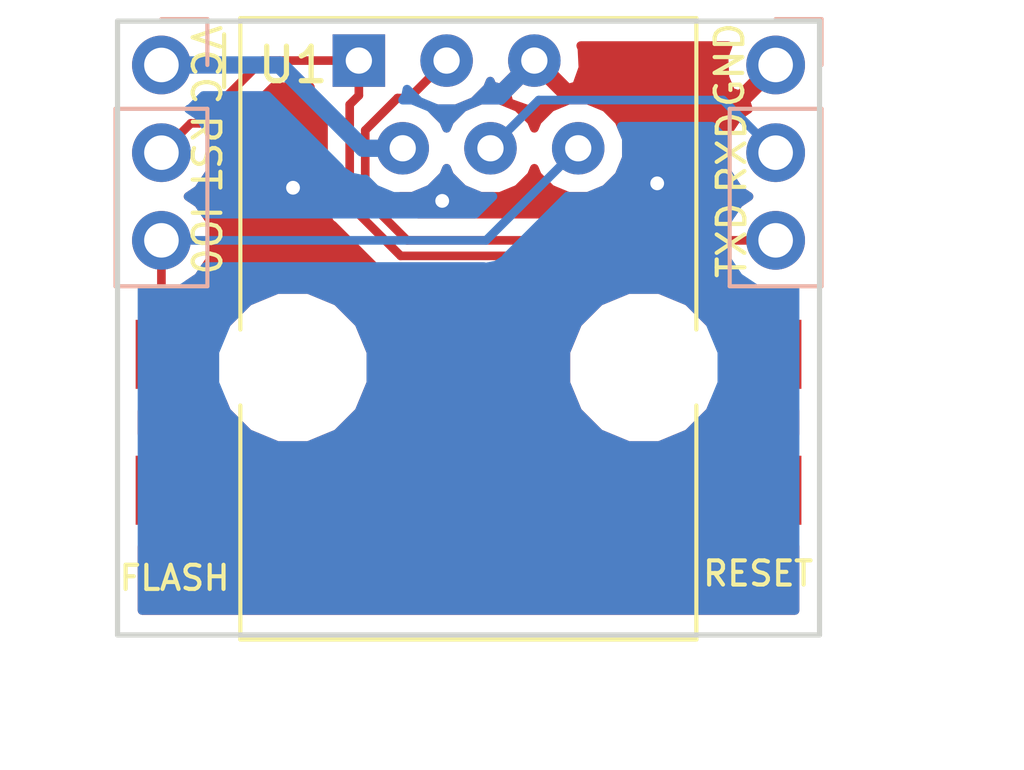
<source format=kicad_pcb>
(kicad_pcb (version 20171130) (host pcbnew 5.0.1)

  (general
    (thickness 1.6)
    (drawings 14)
    (tracks 31)
    (zones 0)
    (modules 5)
    (nets 7)
  )

  (page A4)
  (layers
    (0 F.Cu signal)
    (31 B.Cu signal)
    (32 B.Adhes user)
    (33 F.Adhes user)
    (34 B.Paste user)
    (35 F.Paste user)
    (36 B.SilkS user)
    (37 F.SilkS user)
    (38 B.Mask user)
    (39 F.Mask user)
    (40 Dwgs.User user)
    (41 Cmts.User user)
    (42 Eco1.User user)
    (43 Eco2.User user)
    (44 Edge.Cuts user)
    (45 Margin user)
    (46 B.CrtYd user)
    (47 F.CrtYd user)
    (48 B.Fab user)
    (49 F.Fab user)
  )

  (setup
    (last_trace_width 0.25)
    (trace_clearance 0.2)
    (zone_clearance 0.508)
    (zone_45_only no)
    (trace_min 0.2)
    (segment_width 0.2)
    (edge_width 0.15)
    (via_size 0.8)
    (via_drill 0.4)
    (via_min_size 0.4)
    (via_min_drill 0.3)
    (uvia_size 0.3)
    (uvia_drill 0.1)
    (uvias_allowed no)
    (uvia_min_size 0.2)
    (uvia_min_drill 0.1)
    (pcb_text_width 0.3)
    (pcb_text_size 1.5 1.5)
    (mod_edge_width 0.15)
    (mod_text_size 1 1)
    (mod_text_width 0.15)
    (pad_size 1.7 1.7)
    (pad_drill 1)
    (pad_to_mask_clearance 0.2)
    (solder_mask_min_width 0.25)
    (aux_axis_origin 0 0)
    (visible_elements FFFFFF7F)
    (pcbplotparams
      (layerselection 0x010f0_ffffffff)
      (usegerberextensions true)
      (usegerberattributes false)
      (usegerberadvancedattributes false)
      (creategerberjobfile false)
      (excludeedgelayer true)
      (linewidth 0.100000)
      (plotframeref false)
      (viasonmask false)
      (mode 1)
      (useauxorigin false)
      (hpglpennumber 1)
      (hpglpenspeed 20)
      (hpglpendiameter 15.000000)
      (psnegative false)
      (psa4output false)
      (plotreference true)
      (plotvalue true)
      (plotinvisibletext false)
      (padsonsilk false)
      (subtractmaskfromsilk true)
      (outputformat 1)
      (mirror false)
      (drillshape 0)
      (scaleselection 1)
      (outputdirectory ""))
  )

  (net 0 "")
  (net 1 VCC)
  (net 2 GND)
  (net 3 /RESET)
  (net 4 /TXD)
  (net 5 /RXD)
  (net 6 /IO0)

  (net_class Default "これはデフォルトのネット クラスです。"
    (clearance 0.2)
    (trace_width 0.25)
    (via_dia 0.8)
    (via_drill 0.4)
    (uvia_dia 0.3)
    (uvia_drill 0.1)
    (add_net /IO0)
    (add_net /RESET)
    (add_net /RXD)
    (add_net /TXD)
    (add_net GND)
  )

  (net_class Power ""
    (clearance 0.2)
    (trace_width 0.5)
    (via_dia 0.8)
    (via_drill 0.4)
    (uvia_dia 0.3)
    (uvia_drill 0.1)
    (add_net VCC)
  )

  (module Connector_RJ:RJ12_Amphenol_54601 (layer F.Cu) (tedit 5AE2E32D) (tstamp 5C4B68B2)
    (at 145.415 91.313)
    (descr "RJ12 connector  https://cdn.amphenol-icc.com/media/wysiwyg/files/drawing/c-bmj-0082.pdf")
    (tags "RJ12 connector")
    (path /5B9329F5)
    (fp_text reference U1 (at -1.905 0.127) (layer F.SilkS)
      (effects (font (size 1 1) (thickness 0.15)))
    )
    (fp_text value RJ12 (at 3.54 18.3) (layer F.Fab)
      (effects (font (size 1 1) (thickness 0.15)))
    )
    (fp_line (start -3.43 -0.48) (end -3.43 -1.23) (layer F.Fab) (width 0.1))
    (fp_line (start -2.93 0.02) (end -3.43 -0.48) (layer F.Fab) (width 0.1))
    (fp_line (start -3.43 0.52) (end -2.93 0.02) (layer F.Fab) (width 0.1))
    (fp_line (start -3.9 0.77) (end -3.9 -0.76) (layer F.SilkS) (width 0.12))
    (fp_line (start -3.43 7.79) (end -3.43 -1.23) (layer F.SilkS) (width 0.12))
    (fp_line (start -3.43 7.72) (end -3.43 7.79) (layer F.SilkS) (width 0.1))
    (fp_line (start -3.43 16.77) (end -3.43 9.99) (layer F.SilkS) (width 0.12))
    (fp_line (start 9.77 16.77) (end -3.43 16.77) (layer F.SilkS) (width 0.12))
    (fp_line (start 9.77 16.76) (end 9.77 16.77) (layer F.SilkS) (width 0.1))
    (fp_line (start 9.77 16.77) (end 9.77 9.99) (layer F.SilkS) (width 0.12))
    (fp_line (start 9.77 16.65) (end 9.77 16.77) (layer F.SilkS) (width 0.1))
    (fp_line (start 9.77 -1.23) (end 9.77 7.79) (layer F.SilkS) (width 0.12))
    (fp_line (start -3.43 -1.23) (end 9.77 -1.23) (layer F.SilkS) (width 0.12))
    (fp_line (start -4.04 17.27) (end -4.04 -1.73) (layer F.CrtYd) (width 0.05))
    (fp_line (start 10.38 17.27) (end -4.04 17.27) (layer F.CrtYd) (width 0.05))
    (fp_line (start 10.38 -1.73) (end 10.38 17.27) (layer F.CrtYd) (width 0.05))
    (fp_line (start -4.04 -1.73) (end 10.38 -1.73) (layer F.CrtYd) (width 0.05))
    (fp_line (start 9.77 16.77) (end -3.43 16.77) (layer F.Fab) (width 0.1))
    (fp_line (start 9.77 -1.23) (end 9.77 16.77) (layer F.Fab) (width 0.1))
    (fp_line (start -3.43 -1.23) (end 9.77 -1.23) (layer F.Fab) (width 0.1))
    (fp_line (start -3.43 16.77) (end -3.43 0.52) (layer F.Fab) (width 0.1))
    (fp_text user %R (at 3.16 7.76) (layer F.Fab)
      (effects (font (size 1 1) (thickness 0.15)))
    )
    (pad "" np_thru_hole circle (at 8.25 8.89) (size 3.25 3.25) (drill 3.25) (layers *.Cu *.Mask))
    (pad 6 thru_hole circle (at 6.35 2.54) (size 1.52 1.52) (drill 0.76) (layers *.Cu *.Mask)
      (net 6 /IO0))
    (pad 5 thru_hole circle (at 5.08 0) (size 1.52 1.52) (drill 0.76) (layers *.Cu *.Mask)
      (net 2 GND))
    (pad 4 thru_hole circle (at 3.81 2.54) (size 1.52 1.52) (drill 0.76) (layers *.Cu *.Mask)
      (net 5 /RXD))
    (pad 3 thru_hole circle (at 2.54 0) (size 1.52 1.52) (drill 0.76) (layers *.Cu *.Mask)
      (net 4 /TXD))
    (pad 2 thru_hole circle (at 1.27 2.54) (size 1.52 1.52) (drill 0.76) (layers *.Cu *.Mask)
      (net 1 VCC))
    (pad "" np_thru_hole circle (at -1.91 8.89) (size 3.25 3.25) (drill 3.25) (layers *.Cu *.Mask))
    (pad 1 thru_hole rect (at 0 0) (size 1.52 1.52) (drill 0.76) (layers *.Cu *.Mask)
      (net 3 /RESET))
    (model ${KISYS3DMOD}/Connector_RJ.3dshapes/RJ12_Amphenol_54601.wrl
      (at (xyz 0 0 0))
      (scale (xyz 1 1 1))
      (rotate (xyz 0 0 0))
    )
  )

  (module Connector_PinHeader_2.54mm:PinHeader_1x03_P2.54mm_Vertical (layer B.Cu) (tedit 5C49EAE1) (tstamp 5C4B660B)
    (at 139.7 91.44 180)
    (descr "Through hole straight pin header, 1x03, 2.54mm pitch, single row")
    (tags "Through hole pin header THT 1x03 2.54mm single row")
    (path /5B932CE2)
    (fp_text reference J1 (at 0 2.33 180) (layer B.SilkS) hide
      (effects (font (size 1 1) (thickness 0.15)) (justify mirror))
    )
    (fp_text value Conn_01x03 (at 0 -7.41 180) (layer B.Fab)
      (effects (font (size 1 1) (thickness 0.15)) (justify mirror))
    )
    (fp_line (start -0.635 1.27) (end 1.27 1.27) (layer B.Fab) (width 0.1))
    (fp_line (start 1.27 1.27) (end 1.27 -6.35) (layer B.Fab) (width 0.1))
    (fp_line (start 1.27 -6.35) (end -1.27 -6.35) (layer B.Fab) (width 0.1))
    (fp_line (start -1.27 -6.35) (end -1.27 0.635) (layer B.Fab) (width 0.1))
    (fp_line (start -1.27 0.635) (end -0.635 1.27) (layer B.Fab) (width 0.1))
    (fp_line (start -1.33 -6.41) (end 1.33 -6.41) (layer B.SilkS) (width 0.12))
    (fp_line (start -1.33 -1.27) (end -1.33 -6.41) (layer B.SilkS) (width 0.12))
    (fp_line (start 1.33 -1.27) (end 1.33 -6.41) (layer B.SilkS) (width 0.12))
    (fp_line (start -1.33 -1.27) (end 1.33 -1.27) (layer B.SilkS) (width 0.12))
    (fp_line (start -1.33 0) (end -1.33 1.33) (layer B.SilkS) (width 0.12))
    (fp_line (start -1.33 1.33) (end 0 1.33) (layer B.SilkS) (width 0.12))
    (fp_line (start -1.8 1.8) (end -1.8 -6.85) (layer B.CrtYd) (width 0.05))
    (fp_line (start -1.8 -6.85) (end 1.8 -6.85) (layer B.CrtYd) (width 0.05))
    (fp_line (start 1.8 -6.85) (end 1.8 1.8) (layer B.CrtYd) (width 0.05))
    (fp_line (start 1.8 1.8) (end -1.8 1.8) (layer B.CrtYd) (width 0.05))
    (fp_text user %R (at 0 -2.54 90) (layer B.Fab)
      (effects (font (size 1 1) (thickness 0.15)) (justify mirror))
    )
    (pad 1 thru_hole circle (at 0 0 180) (size 1.7 1.7) (drill 1) (layers *.Cu *.Mask)
      (net 1 VCC))
    (pad 2 thru_hole oval (at 0 -2.54 180) (size 1.7 1.7) (drill 1) (layers *.Cu *.Mask)
      (net 3 /RESET))
    (pad 3 thru_hole oval (at 0 -5.08 180) (size 1.7 1.7) (drill 1) (layers *.Cu *.Mask)
      (net 6 /IO0))
    (model ${KISYS3DMOD}/Connector_PinHeader_2.54mm.3dshapes/PinHeader_1x03_P2.54mm_Vertical.wrl
      (at (xyz 0 0 0))
      (scale (xyz 1 1 1))
      (rotate (xyz 0 0 0))
    )
  )

  (module Connector_PinHeader_2.54mm:PinHeader_1x03_P2.54mm_Vertical (layer B.Cu) (tedit 5C49EAE5) (tstamp 5C4B6637)
    (at 157.48 91.44 180)
    (descr "Through hole straight pin header, 1x03, 2.54mm pitch, single row")
    (tags "Through hole pin header THT 1x03 2.54mm single row")
    (path /5C49E98C)
    (fp_text reference J2 (at 0 2.33 180) (layer B.SilkS) hide
      (effects (font (size 1 1) (thickness 0.15)) (justify mirror))
    )
    (fp_text value Conn_01x03 (at 0 -7.41 180) (layer B.Fab)
      (effects (font (size 1 1) (thickness 0.15)) (justify mirror))
    )
    (fp_text user %R (at 0 -2.54 90) (layer B.Fab)
      (effects (font (size 1 1) (thickness 0.15)) (justify mirror))
    )
    (fp_line (start 1.8 1.8) (end -1.8 1.8) (layer B.CrtYd) (width 0.05))
    (fp_line (start 1.8 -6.85) (end 1.8 1.8) (layer B.CrtYd) (width 0.05))
    (fp_line (start -1.8 -6.85) (end 1.8 -6.85) (layer B.CrtYd) (width 0.05))
    (fp_line (start -1.8 1.8) (end -1.8 -6.85) (layer B.CrtYd) (width 0.05))
    (fp_line (start -1.33 1.33) (end 0 1.33) (layer B.SilkS) (width 0.12))
    (fp_line (start -1.33 0) (end -1.33 1.33) (layer B.SilkS) (width 0.12))
    (fp_line (start -1.33 -1.27) (end 1.33 -1.27) (layer B.SilkS) (width 0.12))
    (fp_line (start 1.33 -1.27) (end 1.33 -6.41) (layer B.SilkS) (width 0.12))
    (fp_line (start -1.33 -1.27) (end -1.33 -6.41) (layer B.SilkS) (width 0.12))
    (fp_line (start -1.33 -6.41) (end 1.33 -6.41) (layer B.SilkS) (width 0.12))
    (fp_line (start -1.27 0.635) (end -0.635 1.27) (layer B.Fab) (width 0.1))
    (fp_line (start -1.27 -6.35) (end -1.27 0.635) (layer B.Fab) (width 0.1))
    (fp_line (start 1.27 -6.35) (end -1.27 -6.35) (layer B.Fab) (width 0.1))
    (fp_line (start 1.27 1.27) (end 1.27 -6.35) (layer B.Fab) (width 0.1))
    (fp_line (start -0.635 1.27) (end 1.27 1.27) (layer B.Fab) (width 0.1))
    (pad 3 thru_hole oval (at 0 -5.08 180) (size 1.7 1.7) (drill 1) (layers *.Cu *.Mask)
      (net 4 /TXD))
    (pad 2 thru_hole oval (at 0 -2.54 180) (size 1.7 1.7) (drill 1) (layers *.Cu *.Mask)
      (net 5 /RXD))
    (pad 1 thru_hole circle (at 0 0 180) (size 1.7 1.7) (drill 1) (layers *.Cu *.Mask)
      (net 2 GND))
    (model ${KISYS3DMOD}/Connector_PinHeader_2.54mm.3dshapes/PinHeader_1x03_P2.54mm_Vertical.wrl
      (at (xyz 0 0 0))
      (scale (xyz 1 1 1))
      (rotate (xyz 0 0 0))
    )
  )

  (module tact:tactile_switch_smd_4x3mm_2p (layer F.Cu) (tedit 5C49EF72) (tstamp 5C4B5F41)
    (at 139.954 101.854 270)
    (path /5C49F25E)
    (fp_text reference SW1 (at 0 1.016 270) (layer F.SilkS) hide
      (effects (font (size 1 1) (thickness 0.15)))
    )
    (fp_text value SW_Push (at 0.127 2.286 270) (layer F.Fab)
      (effects (font (size 1 1) (thickness 0.15)))
    )
    (pad 1 smd rect (at -2.032 0 270) (size 2 2) (layers F.Cu F.Paste F.Mask)
      (net 6 /IO0))
    (pad 2 smd rect (at 1.905 0 270) (size 2 2) (layers F.Cu F.Paste F.Mask)
      (net 2 GND))
  )

  (module tact:tactile_switch_smd_4x3mm_2p (layer F.Cu) (tedit 5C49EF6C) (tstamp 5C4B5F47)
    (at 157.226 101.854 270)
    (path /5C49F9D5)
    (fp_text reference SW2 (at 0 1.016 270) (layer F.SilkS) hide
      (effects (font (size 1 1) (thickness 0.15)))
    )
    (fp_text value SW_Push (at 0.127 2.286 270) (layer F.Fab)
      (effects (font (size 1 1) (thickness 0.15)))
    )
    (pad 2 smd rect (at 1.905 0 270) (size 2 2) (layers F.Cu F.Paste F.Mask)
      (net 2 GND))
    (pad 1 smd rect (at -2.032 0 270) (size 2 2) (layers F.Cu F.Paste F.Mask)
      (net 3 /RESET))
  )

  (gr_text FLASH (at 140.081 106.299) (layer F.SilkS) (tstamp 5C4B6471)
    (effects (font (size 0.7 0.7) (thickness 0.12)))
  )
  (gr_text RESET (at 156.972 106.172) (layer F.SilkS) (tstamp 5C4B63DB)
    (effects (font (size 0.7 0.7) (thickness 0.12)))
  )
  (gr_text RST (at 140.97 93.98 -90) (layer F.SilkS) (tstamp 5C4B72D8)
    (effects (font (size 0.8 0.8) (thickness 0.12)))
  )
  (gr_text IO0 (at 140.97 96.52 -90) (layer F.SilkS) (tstamp 5C4B7236)
    (effects (font (size 0.8 0.8) (thickness 0.12)))
  )
  (gr_text GND (at 156.15 91.44 90) (layer F.SilkS) (tstamp 5C0134DD)
    (effects (font (size 0.8 0.8) (thickness 0.12)))
  )
  (gr_text RXD (at 156.21 93.98 90) (layer F.SilkS) (tstamp 5C0134AF)
    (effects (font (size 0.8 0.8) (thickness 0.12)))
  )
  (gr_text TXD (at 156.21 96.52 90) (layer F.SilkS) (tstamp 5C013481)
    (effects (font (size 0.8 0.8) (thickness 0.12)))
  )
  (gr_text VCC (at 140.97 91.44 -90) (layer F.SilkS)
    (effects (font (size 0.8 0.8) (thickness 0.12)))
  )
  (dimension 17.78 (width 0.3) (layer Cmts.User)
    (gr_text "17.780 mm" (at 162.755 99.06 270) (layer Cmts.User)
      (effects (font (size 1.5 1.5) (thickness 0.3)))
    )
    (feature1 (pts (xy 158.75 107.95) (xy 161.241421 107.95)))
    (feature2 (pts (xy 158.75 90.17) (xy 161.241421 90.17)))
    (crossbar (pts (xy 160.655 90.17) (xy 160.655 107.95)))
    (arrow1a (pts (xy 160.655 107.95) (xy 160.068579 106.823496)))
    (arrow1b (pts (xy 160.655 107.95) (xy 161.241421 106.823496)))
    (arrow2a (pts (xy 160.655 90.17) (xy 160.068579 91.296504)))
    (arrow2b (pts (xy 160.655 90.17) (xy 161.241421 91.296504)))
  )
  (dimension 20.32 (width 0.3) (layer Cmts.User)
    (gr_text "20.320 mm" (at 148.59 113.225) (layer Cmts.User)
      (effects (font (size 1.5 1.5) (thickness 0.3)))
    )
    (feature1 (pts (xy 158.75 109.22) (xy 158.75 111.711421)))
    (feature2 (pts (xy 138.43 109.22) (xy 138.43 111.711421)))
    (crossbar (pts (xy 138.43 111.125) (xy 158.75 111.125)))
    (arrow1a (pts (xy 158.75 111.125) (xy 157.623496 111.711421)))
    (arrow1b (pts (xy 158.75 111.125) (xy 157.623496 110.538579)))
    (arrow2a (pts (xy 138.43 111.125) (xy 139.556504 111.711421)))
    (arrow2b (pts (xy 138.43 111.125) (xy 139.556504 110.538579)))
  )
  (gr_line (start 138.43 90.17) (end 138.43 107.95) (layer Edge.Cuts) (width 0.15))
  (gr_line (start 158.75 90.17) (end 138.43 90.17) (layer Edge.Cuts) (width 0.15))
  (gr_line (start 158.75 107.95) (end 158.75 90.17) (layer Edge.Cuts) (width 0.15))
  (gr_line (start 138.43 107.95) (end 158.75 107.95) (layer Edge.Cuts) (width 0.15))

  (segment (start 145.542 93.853) (end 146.685 93.853) (width 0.5) (layer B.Cu) (net 1))
  (segment (start 139.7 91.44) (end 143.129 91.44) (width 0.5) (layer B.Cu) (net 1))
  (segment (start 143.129 91.44) (end 145.542 93.853) (width 0.5) (layer B.Cu) (net 1))
  (via (at 154.051 94.869) (size 0.8) (drill 0.4) (layers F.Cu B.Cu) (net 2))
  (via (at 143.51 94.996) (size 0.8) (drill 0.4) (layers F.Cu B.Cu) (net 2))
  (via (at 147.828 95.377) (size 0.8) (drill 0.4) (layers F.Cu B.Cu) (net 2))
  (segment (start 140.549999 93.130001) (end 140.803999 93.130001) (width 0.25) (layer F.Cu) (net 3))
  (segment (start 139.7 93.98) (end 140.549999 93.130001) (width 0.25) (layer F.Cu) (net 3))
  (segment (start 142.621 91.313) (end 145.415 91.313) (width 0.25) (layer F.Cu) (net 3))
  (segment (start 140.803999 93.130001) (end 142.621 91.313) (width 0.25) (layer F.Cu) (net 3))
  (segment (start 145.415 92.323) (end 145.415 91.313) (width 0.25) (layer F.Cu) (net 3))
  (segment (start 145.149989 92.588011) (end 145.415 92.323) (width 0.25) (layer F.Cu) (net 3))
  (segment (start 145.149989 95.494399) (end 145.149989 92.588011) (width 0.25) (layer F.Cu) (net 3))
  (segment (start 146.625599 96.970009) (end 145.149989 95.494399) (width 0.25) (layer F.Cu) (net 3))
  (segment (start 155.62401 96.97001) (end 146.625599 96.970009) (width 0.25) (layer F.Cu) (net 3))
  (segment (start 157.226 98.572) (end 155.62401 96.97001) (width 0.25) (layer F.Cu) (net 3))
  (segment (start 157.226 99.822) (end 157.226 98.572) (width 0.25) (layer F.Cu) (net 3))
  (segment (start 145.599999 93.332199) (end 145.599999 95.307999) (width 0.25) (layer F.Cu) (net 4))
  (segment (start 146.534197 92.398001) (end 145.599999 93.332199) (width 0.25) (layer F.Cu) (net 4))
  (segment (start 147.955 91.313) (end 146.869999 92.398001) (width 0.25) (layer F.Cu) (net 4))
  (segment (start 146.869999 92.398001) (end 146.534197 92.398001) (width 0.25) (layer F.Cu) (net 4))
  (segment (start 146.812 96.52) (end 157.48 96.52) (width 0.25) (layer F.Cu) (net 4))
  (segment (start 145.599999 95.307999) (end 146.812 96.52) (width 0.25) (layer F.Cu) (net 4))
  (segment (start 156.630001 93.130001) (end 157.48 93.98) (width 0.25) (layer B.Cu) (net 5))
  (segment (start 155.956 92.456) (end 156.630001 93.130001) (width 0.25) (layer B.Cu) (net 5))
  (segment (start 149.225 93.853) (end 150.622 92.456) (width 0.25) (layer B.Cu) (net 5))
  (segment (start 150.622 92.456) (end 155.956 92.456) (width 0.25) (layer B.Cu) (net 5))
  (segment (start 139.7 99.568) (end 139.954 99.822) (width 0.25) (layer F.Cu) (net 6))
  (segment (start 139.7 96.52) (end 139.7 99.568) (width 0.25) (layer F.Cu) (net 6))
  (segment (start 149.098 96.52) (end 139.7 96.52) (width 0.25) (layer B.Cu) (net 6))
  (segment (start 151.765 93.853) (end 149.098 96.52) (width 0.25) (layer B.Cu) (net 6))

  (zone (net 2) (net_name GND) (layer F.Cu) (tstamp 5C49F2C3) (hatch edge 0.508)
    (connect_pads (clearance 0.508))
    (min_thickness 0.254)
    (fill yes (arc_segments 16) (thermal_gap 0.508) (thermal_bridge_width 0.508))
    (polygon
      (pts
        (xy 138.43 90.17) (xy 158.75 90.17) (xy 158.75 107.95) (xy 138.43 107.95)
      )
    )
    (filled_polygon
      (pts
        (xy 144.056843 92.320765) (xy 144.197191 92.530809) (xy 144.389249 92.659139) (xy 144.38999 92.662863) (xy 144.389989 95.419552)
        (xy 144.375101 95.494399) (xy 144.389989 95.569246) (xy 144.389989 95.56925) (xy 144.434085 95.790935) (xy 144.60206 96.042328)
        (xy 144.665519 96.08473) (xy 146.035272 97.454484) (xy 146.07767 97.517937) (xy 146.141123 97.560335) (xy 146.141126 97.560338)
        (xy 146.329061 97.685913) (xy 146.625599 97.744897) (xy 146.700452 97.730008) (xy 155.309209 97.73001) (xy 155.873215 98.294016)
        (xy 155.768191 98.364191) (xy 155.627843 98.574235) (xy 155.57856 98.822) (xy 155.57856 98.920438) (xy 154.945187 98.287065)
        (xy 154.114542 97.943) (xy 153.215458 97.943) (xy 152.384813 98.287065) (xy 151.749065 98.922813) (xy 151.405 99.753458)
        (xy 151.405 100.652542) (xy 151.749065 101.483187) (xy 152.384813 102.118935) (xy 153.215458 102.463) (xy 154.114542 102.463)
        (xy 154.945187 102.118935) (xy 155.580935 101.483187) (xy 155.704599 101.184637) (xy 155.768191 101.279809) (xy 155.978235 101.420157)
        (xy 156.226 101.46944) (xy 158.04 101.46944) (xy 158.04 102.124) (xy 157.51175 102.124) (xy 157.353 102.28275)
        (xy 157.353 103.632) (xy 157.373 103.632) (xy 157.373 103.886) (xy 157.353 103.886) (xy 157.353 105.23525)
        (xy 157.51175 105.394) (xy 158.04 105.394) (xy 158.04 107.24) (xy 139.14 107.24) (xy 139.14 105.394)
        (xy 139.66825 105.394) (xy 139.827 105.23525) (xy 139.827 103.886) (xy 140.081 103.886) (xy 140.081 105.23525)
        (xy 140.23975 105.394) (xy 141.08031 105.394) (xy 141.313699 105.297327) (xy 141.492327 105.118698) (xy 141.589 104.885309)
        (xy 141.589 104.04475) (xy 155.591 104.04475) (xy 155.591 104.885309) (xy 155.687673 105.118698) (xy 155.866301 105.297327)
        (xy 156.09969 105.394) (xy 156.94025 105.394) (xy 157.099 105.23525) (xy 157.099 103.886) (xy 155.74975 103.886)
        (xy 155.591 104.04475) (xy 141.589 104.04475) (xy 141.43025 103.886) (xy 140.081 103.886) (xy 139.827 103.886)
        (xy 139.807 103.886) (xy 139.807 103.632) (xy 139.827 103.632) (xy 139.827 102.28275) (xy 140.081 102.28275)
        (xy 140.081 103.632) (xy 141.43025 103.632) (xy 141.589 103.47325) (xy 141.589 102.632691) (xy 155.591 102.632691)
        (xy 155.591 103.47325) (xy 155.74975 103.632) (xy 157.099 103.632) (xy 157.099 102.28275) (xy 156.94025 102.124)
        (xy 156.09969 102.124) (xy 155.866301 102.220673) (xy 155.687673 102.399302) (xy 155.591 102.632691) (xy 141.589 102.632691)
        (xy 141.492327 102.399302) (xy 141.313699 102.220673) (xy 141.08031 102.124) (xy 140.23975 102.124) (xy 140.081 102.28275)
        (xy 139.827 102.28275) (xy 139.66825 102.124) (xy 139.14 102.124) (xy 139.14 101.46944) (xy 140.954 101.46944)
        (xy 141.201765 101.420157) (xy 141.411809 101.279809) (xy 141.469228 101.193876) (xy 141.589065 101.483187) (xy 142.224813 102.118935)
        (xy 143.055458 102.463) (xy 143.954542 102.463) (xy 144.785187 102.118935) (xy 145.420935 101.483187) (xy 145.765 100.652542)
        (xy 145.765 99.753458) (xy 145.420935 98.922813) (xy 144.785187 98.287065) (xy 143.954542 97.943) (xy 143.055458 97.943)
        (xy 142.224813 98.287065) (xy 141.60144 98.910438) (xy 141.60144 98.822) (xy 141.552157 98.574235) (xy 141.411809 98.364191)
        (xy 141.201765 98.223843) (xy 140.954 98.17456) (xy 140.46 98.17456) (xy 140.46 97.798178) (xy 140.770625 97.590625)
        (xy 141.098839 97.099418) (xy 141.214092 96.52) (xy 141.098839 95.940582) (xy 140.770625 95.449375) (xy 140.472239 95.25)
        (xy 140.770625 95.050625) (xy 141.098839 94.559418) (xy 141.214092 93.98) (xy 141.177226 93.794662) (xy 141.351928 93.67793)
        (xy 141.39433 93.614471) (xy 142.935803 92.073) (xy 144.00756 92.073)
      )
    )
    (filled_polygon
      (pts
        (xy 155.983282 91.211279) (xy 156.009685 91.801458) (xy 156.184741 92.22408) (xy 156.436042 92.304353) (xy 157.300395 91.44)
        (xy 157.286253 91.425858) (xy 157.465858 91.246253) (xy 157.48 91.260395) (xy 157.494143 91.246253) (xy 157.673748 91.425858)
        (xy 157.659605 91.44) (xy 157.673748 91.454143) (xy 157.494143 91.633748) (xy 157.48 91.619605) (xy 156.615647 92.483958)
        (xy 156.691353 92.720963) (xy 156.409375 92.909375) (xy 156.081161 93.400582) (xy 155.965908 93.98) (xy 156.081161 94.559418)
        (xy 156.409375 95.050625) (xy 156.707761 95.25) (xy 156.409375 95.449375) (xy 156.201822 95.76) (xy 147.126802 95.76)
        (xy 146.614801 95.248) (xy 146.962483 95.248) (xy 147.475204 95.035624) (xy 147.867624 94.643204) (xy 147.955 94.43226)
        (xy 148.042376 94.643204) (xy 148.434796 95.035624) (xy 148.947517 95.248) (xy 149.502483 95.248) (xy 150.015204 95.035624)
        (xy 150.407624 94.643204) (xy 150.495 94.43226) (xy 150.582376 94.643204) (xy 150.974796 95.035624) (xy 151.487517 95.248)
        (xy 152.042483 95.248) (xy 152.555204 95.035624) (xy 152.947624 94.643204) (xy 153.16 94.130483) (xy 153.16 93.575517)
        (xy 152.947624 93.062796) (xy 152.555204 92.670376) (xy 152.042483 92.458) (xy 151.487517 92.458) (xy 150.974796 92.670376)
        (xy 150.582376 93.062796) (xy 150.495 93.27374) (xy 150.407624 93.062796) (xy 150.015204 92.670376) (xy 149.502483 92.458)
        (xy 148.947517 92.458) (xy 148.434796 92.670376) (xy 148.042376 93.062796) (xy 147.955 93.27374) (xy 147.867624 93.062796)
        (xy 147.573815 92.768987) (xy 147.647312 92.695489) (xy 147.677517 92.708) (xy 148.232483 92.708) (xy 148.745204 92.495624)
        (xy 148.949064 92.291764) (xy 149.695841 92.291764) (xy 149.765059 92.533742) (xy 150.28778 92.720155) (xy 150.842049 92.692341)
        (xy 151.224941 92.533742) (xy 151.294159 92.291764) (xy 150.495 91.492605) (xy 149.695841 92.291764) (xy 148.949064 92.291764)
        (xy 149.137624 92.103204) (xy 149.218422 91.908141) (xy 149.274258 92.042941) (xy 149.516236 92.112159) (xy 150.315395 91.313)
        (xy 150.301253 91.298858) (xy 150.480858 91.119253) (xy 150.495 91.133395) (xy 150.509143 91.119253) (xy 150.688748 91.298858)
        (xy 150.674605 91.313) (xy 151.473764 92.112159) (xy 151.715742 92.042941) (xy 151.902155 91.52022) (xy 151.874341 90.965951)
        (xy 151.838739 90.88) (xy 156.103455 90.88)
      )
    )
  )
  (zone (net 2) (net_name GND) (layer B.Cu) (tstamp 5C49F2C0) (hatch edge 0.508)
    (connect_pads (clearance 0.508))
    (min_thickness 0.254)
    (fill yes (arc_segments 16) (thermal_gap 0.508) (thermal_bridge_width 0.508))
    (polygon
      (pts
        (xy 138.43 90.17) (xy 158.75 90.17) (xy 158.75 107.95) (xy 138.43 107.95)
      )
    )
    (filled_polygon
      (pts
        (xy 156.038791 93.613593) (xy 155.965908 93.98) (xy 156.081161 94.559418) (xy 156.409375 95.050625) (xy 156.707761 95.25)
        (xy 156.409375 95.449375) (xy 156.081161 95.940582) (xy 155.965908 96.52) (xy 156.081161 97.099418) (xy 156.409375 97.590625)
        (xy 156.900582 97.918839) (xy 157.333744 98.005) (xy 157.626256 98.005) (xy 158.040001 97.922701) (xy 158.04 107.24)
        (xy 139.14 107.24) (xy 139.14 99.753458) (xy 141.245 99.753458) (xy 141.245 100.652542) (xy 141.589065 101.483187)
        (xy 142.224813 102.118935) (xy 143.055458 102.463) (xy 143.954542 102.463) (xy 144.785187 102.118935) (xy 145.420935 101.483187)
        (xy 145.765 100.652542) (xy 145.765 99.753458) (xy 151.405 99.753458) (xy 151.405 100.652542) (xy 151.749065 101.483187)
        (xy 152.384813 102.118935) (xy 153.215458 102.463) (xy 154.114542 102.463) (xy 154.945187 102.118935) (xy 155.580935 101.483187)
        (xy 155.925 100.652542) (xy 155.925 99.753458) (xy 155.580935 98.922813) (xy 154.945187 98.287065) (xy 154.114542 97.943)
        (xy 153.215458 97.943) (xy 152.384813 98.287065) (xy 151.749065 98.922813) (xy 151.405 99.753458) (xy 145.765 99.753458)
        (xy 145.420935 98.922813) (xy 144.785187 98.287065) (xy 143.954542 97.943) (xy 143.055458 97.943) (xy 142.224813 98.287065)
        (xy 141.589065 98.922813) (xy 141.245 99.753458) (xy 139.14 99.753458) (xy 139.14 97.922701) (xy 139.553744 98.005)
        (xy 139.846256 98.005) (xy 140.279418 97.918839) (xy 140.770625 97.590625) (xy 140.978178 97.28) (xy 149.023153 97.28)
        (xy 149.098 97.294888) (xy 149.172847 97.28) (xy 149.172852 97.28) (xy 149.394537 97.235904) (xy 149.645929 97.067929)
        (xy 149.688331 97.00447) (xy 151.457313 95.235489) (xy 151.487517 95.248) (xy 152.042483 95.248) (xy 152.555204 95.035624)
        (xy 152.947624 94.643204) (xy 153.16 94.130483) (xy 153.16 93.575517) (xy 153.011083 93.216) (xy 155.641198 93.216)
      )
    )
    (filled_polygon
      (pts
        (xy 144.854577 94.417156) (xy 144.903951 94.491049) (xy 144.977844 94.540423) (xy 144.977845 94.540424) (xy 145.006272 94.559418)
        (xy 145.19669 94.686652) (xy 145.454835 94.738) (xy 145.454839 94.738) (xy 145.541999 94.755337) (xy 145.602479 94.743307)
        (xy 145.894796 95.035624) (xy 146.407517 95.248) (xy 146.962483 95.248) (xy 147.475204 95.035624) (xy 147.867624 94.643204)
        (xy 147.955 94.43226) (xy 148.042376 94.643204) (xy 148.434796 95.035624) (xy 148.947517 95.248) (xy 149.295199 95.248)
        (xy 148.783199 95.76) (xy 140.978178 95.76) (xy 140.770625 95.449375) (xy 140.472239 95.25) (xy 140.770625 95.050625)
        (xy 141.098839 94.559418) (xy 141.214092 93.98) (xy 141.098839 93.400582) (xy 140.770625 92.909375) (xy 140.488389 92.720791)
        (xy 140.541185 92.698922) (xy 140.915107 92.325) (xy 142.762422 92.325)
      )
    )
    (filled_polygon
      (pts
        (xy 150.688748 91.298858) (xy 150.674605 91.313) (xy 150.688748 91.327143) (xy 150.509143 91.506748) (xy 150.495 91.492605)
        (xy 150.090535 91.89707) (xy 150.074071 91.908071) (xy 150.06307 91.924535) (xy 149.695841 92.291764) (xy 149.699309 92.303888)
        (xy 149.532687 92.470511) (xy 149.502483 92.458) (xy 148.947517 92.458) (xy 148.434796 92.670376) (xy 148.042376 93.062796)
        (xy 147.955 93.27374) (xy 147.867624 93.062796) (xy 147.475204 92.670376) (xy 146.962483 92.458) (xy 146.681459 92.458)
        (xy 146.773157 92.320765) (xy 146.809123 92.139951) (xy 147.164796 92.495624) (xy 147.677517 92.708) (xy 148.232483 92.708)
        (xy 148.745204 92.495624) (xy 149.137624 92.103204) (xy 149.218422 91.908141) (xy 149.274258 92.042941) (xy 149.516236 92.112159)
        (xy 150.315395 91.313) (xy 150.301253 91.298858) (xy 150.480858 91.119253) (xy 150.495 91.133395) (xy 150.509143 91.119253)
      )
    )
    (filled_polygon
      (pts
        (xy 157.673748 91.425858) (xy 157.659605 91.44) (xy 157.673748 91.454143) (xy 157.494143 91.633748) (xy 157.48 91.619605)
        (xy 157.465858 91.633748) (xy 157.286253 91.454143) (xy 157.300395 91.44) (xy 157.286253 91.425858) (xy 157.465858 91.246253)
        (xy 157.48 91.260395) (xy 157.494143 91.246253)
      )
    )
  )
)

</source>
